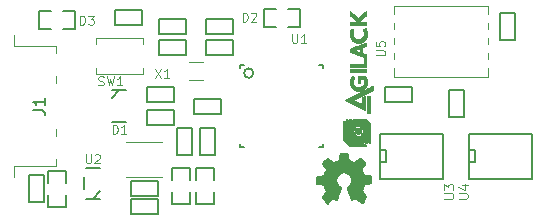
<source format=gbr>
%TF.GenerationSoftware,KiCad,Pcbnew,6.0.0*%
%TF.CreationDate,2023-05-02T17:34:22+02:00*%
%TF.ProjectId,cowstick-ums,636f7773-7469-4636-9b2d-756d732e6b69,2*%
%TF.SameCoordinates,Original*%
%TF.FileFunction,Legend,Top*%
%TF.FilePolarity,Positive*%
%FSLAX46Y46*%
G04 Gerber Fmt 4.6, Leading zero omitted, Abs format (unit mm)*
G04 Created by KiCad (PCBNEW 6.0.0) date 2023-05-02 17:34:22*
%MOMM*%
%LPD*%
G01*
G04 APERTURE LIST*
%ADD10C,0.101600*%
%ADD11C,0.076200*%
%ADD12C,0.150000*%
%ADD13C,0.127000*%
%ADD14C,0.100000*%
%ADD15C,0.027940*%
G04 APERTURE END LIST*
D10*
%TO.C,D2*%
X145187571Y-97844714D02*
X145187571Y-97082714D01*
X145369000Y-97082714D01*
X145477857Y-97119000D01*
X145550428Y-97191571D01*
X145586714Y-97264142D01*
X145623000Y-97409285D01*
X145623000Y-97518142D01*
X145586714Y-97663285D01*
X145550428Y-97735857D01*
X145477857Y-97808428D01*
X145369000Y-97844714D01*
X145187571Y-97844714D01*
X145913285Y-97155285D02*
X145949571Y-97119000D01*
X146022142Y-97082714D01*
X146203571Y-97082714D01*
X146276142Y-97119000D01*
X146312428Y-97155285D01*
X146348714Y-97227857D01*
X146348714Y-97300428D01*
X146312428Y-97409285D01*
X145877000Y-97844714D01*
X146348714Y-97844714D01*
%TO.C,D3*%
X131437571Y-98094714D02*
X131437571Y-97332714D01*
X131619000Y-97332714D01*
X131727857Y-97369000D01*
X131800428Y-97441571D01*
X131836714Y-97514142D01*
X131873000Y-97659285D01*
X131873000Y-97768142D01*
X131836714Y-97913285D01*
X131800428Y-97985857D01*
X131727857Y-98058428D01*
X131619000Y-98094714D01*
X131437571Y-98094714D01*
X132127000Y-97332714D02*
X132598714Y-97332714D01*
X132344714Y-97623000D01*
X132453571Y-97623000D01*
X132526142Y-97659285D01*
X132562428Y-97695571D01*
X132598714Y-97768142D01*
X132598714Y-97949571D01*
X132562428Y-98022142D01*
X132526142Y-98058428D01*
X132453571Y-98094714D01*
X132235857Y-98094714D01*
X132163285Y-98058428D01*
X132127000Y-98022142D01*
D11*
%TO.C,D1*%
X134187571Y-107343694D02*
X134187571Y-106581694D01*
X134369000Y-106581694D01*
X134477857Y-106617980D01*
X134550428Y-106690551D01*
X134586714Y-106763122D01*
X134623000Y-106908265D01*
X134623000Y-107017122D01*
X134586714Y-107162265D01*
X134550428Y-107234837D01*
X134477857Y-107307408D01*
X134369000Y-107343694D01*
X134187571Y-107343694D01*
X135348714Y-107343694D02*
X134913285Y-107343694D01*
X135131000Y-107343694D02*
X135131000Y-106581694D01*
X135058428Y-106690551D01*
X134985857Y-106763122D01*
X134913285Y-106799408D01*
%TO.C,U2*%
X131919428Y-109083734D02*
X131919428Y-109700591D01*
X131955714Y-109773162D01*
X131992000Y-109809448D01*
X132064571Y-109845734D01*
X132209714Y-109845734D01*
X132282285Y-109809448D01*
X132318571Y-109773162D01*
X132354857Y-109700591D01*
X132354857Y-109083734D01*
X132681428Y-109156305D02*
X132717714Y-109120020D01*
X132790285Y-109083734D01*
X132971714Y-109083734D01*
X133044285Y-109120020D01*
X133080571Y-109156305D01*
X133116857Y-109228877D01*
X133116857Y-109301448D01*
X133080571Y-109410305D01*
X132645142Y-109845734D01*
X133116857Y-109845734D01*
D10*
%TO.C,U5*%
X156482714Y-100710571D02*
X157099571Y-100710571D01*
X157172142Y-100674285D01*
X157208428Y-100638000D01*
X157244714Y-100565428D01*
X157244714Y-100420285D01*
X157208428Y-100347714D01*
X157172142Y-100311428D01*
X157099571Y-100275142D01*
X156482714Y-100275142D01*
X156482714Y-99549428D02*
X156482714Y-99912285D01*
X156845571Y-99948571D01*
X156809285Y-99912285D01*
X156773000Y-99839714D01*
X156773000Y-99658285D01*
X156809285Y-99585714D01*
X156845571Y-99549428D01*
X156918142Y-99513142D01*
X157099571Y-99513142D01*
X157172142Y-99549428D01*
X157208428Y-99585714D01*
X157244714Y-99658285D01*
X157244714Y-99839714D01*
X157208428Y-99912285D01*
X157172142Y-99948571D01*
%TO.C,U3*%
X162282714Y-112830571D02*
X162899571Y-112830571D01*
X162972142Y-112794285D01*
X163008428Y-112758000D01*
X163044714Y-112685428D01*
X163044714Y-112540285D01*
X163008428Y-112467714D01*
X162972142Y-112431428D01*
X162899571Y-112395142D01*
X162282714Y-112395142D01*
X162282714Y-112104857D02*
X162282714Y-111633142D01*
X162573000Y-111887142D01*
X162573000Y-111778285D01*
X162609285Y-111705714D01*
X162645571Y-111669428D01*
X162718142Y-111633142D01*
X162899571Y-111633142D01*
X162972142Y-111669428D01*
X163008428Y-111705714D01*
X163044714Y-111778285D01*
X163044714Y-111996000D01*
X163008428Y-112068571D01*
X162972142Y-112104857D01*
%TO.C,U1*%
X149379428Y-98912714D02*
X149379428Y-99529571D01*
X149415714Y-99602142D01*
X149452000Y-99638428D01*
X149524571Y-99674714D01*
X149669714Y-99674714D01*
X149742285Y-99638428D01*
X149778571Y-99602142D01*
X149814857Y-99529571D01*
X149814857Y-98912714D01*
X150576857Y-99674714D02*
X150141428Y-99674714D01*
X150359142Y-99674714D02*
X150359142Y-98912714D01*
X150286571Y-99021571D01*
X150214000Y-99094142D01*
X150141428Y-99130428D01*
%TO.C,U4*%
X163482714Y-112830571D02*
X164099571Y-112830571D01*
X164172142Y-112794285D01*
X164208428Y-112758000D01*
X164244714Y-112685428D01*
X164244714Y-112540285D01*
X164208428Y-112467714D01*
X164172142Y-112431428D01*
X164099571Y-112395142D01*
X163482714Y-112395142D01*
X163736714Y-111705714D02*
X164244714Y-111705714D01*
X163446428Y-111887142D02*
X163990714Y-112068571D01*
X163990714Y-111596857D01*
%TO.C,X1*%
X137783142Y-101832714D02*
X138291142Y-102594714D01*
X138291142Y-101832714D02*
X137783142Y-102594714D01*
X138980571Y-102594714D02*
X138545142Y-102594714D01*
X138762857Y-102594714D02*
X138762857Y-101832714D01*
X138690285Y-101941571D01*
X138617714Y-102014142D01*
X138545142Y-102050428D01*
%TO.C,SW1*%
X132984000Y-103208428D02*
X133092857Y-103244714D01*
X133274285Y-103244714D01*
X133346857Y-103208428D01*
X133383142Y-103172142D01*
X133419428Y-103099571D01*
X133419428Y-103027000D01*
X133383142Y-102954428D01*
X133346857Y-102918142D01*
X133274285Y-102881857D01*
X133129142Y-102845571D01*
X133056571Y-102809285D01*
X133020285Y-102773000D01*
X132984000Y-102700428D01*
X132984000Y-102627857D01*
X133020285Y-102555285D01*
X133056571Y-102519000D01*
X133129142Y-102482714D01*
X133310571Y-102482714D01*
X133419428Y-102519000D01*
X133673428Y-102482714D02*
X133854857Y-103244714D01*
X134000000Y-102700428D01*
X134145142Y-103244714D01*
X134326571Y-102482714D01*
X135016000Y-103244714D02*
X134580571Y-103244714D01*
X134798285Y-103244714D02*
X134798285Y-102482714D01*
X134725714Y-102591571D01*
X134653142Y-102664142D01*
X134580571Y-102700428D01*
D12*
%TO.C,J1*%
X127452380Y-105333333D02*
X128166666Y-105333333D01*
X128309523Y-105380952D01*
X128404761Y-105476190D01*
X128452380Y-105619047D01*
X128452380Y-105714285D01*
X128452380Y-104333333D02*
X128452380Y-104904761D01*
X128452380Y-104619047D02*
X127452380Y-104619047D01*
X127595238Y-104714285D01*
X127690476Y-104809523D01*
X127738095Y-104904761D01*
D13*
%TO.C,C1*%
X128738000Y-110476000D02*
X130262000Y-110476000D01*
X130262000Y-110476000D02*
X130262000Y-111492000D01*
X128738000Y-113524000D02*
X128738000Y-112508000D01*
X130262000Y-113524000D02*
X128738000Y-113524000D01*
X128738000Y-111492000D02*
X128738000Y-110476000D01*
X130262000Y-112508000D02*
X130262000Y-113524000D01*
%TO.C,C10*%
X162665000Y-103607000D02*
X163935000Y-103607000D01*
X163935000Y-105893000D02*
X162665000Y-105893000D01*
X163935000Y-103607000D02*
X163935000Y-105893000D01*
X162665000Y-105893000D02*
X162665000Y-103607000D01*
%TO.C,D2*%
X149008000Y-96738000D02*
X150024000Y-96738000D01*
X146976000Y-98262000D02*
X146976000Y-96738000D01*
X147992000Y-98262000D02*
X146976000Y-98262000D01*
X146976000Y-96738000D02*
X147992000Y-96738000D01*
X150024000Y-96738000D02*
X150024000Y-98262000D01*
X150024000Y-98262000D02*
X149008000Y-98262000D01*
%TO.C,D3*%
X127976000Y-98512000D02*
X127976000Y-96988000D01*
X127976000Y-96988000D02*
X128992000Y-96988000D01*
X131024000Y-98512000D02*
X130008000Y-98512000D01*
X130008000Y-96988000D02*
X131024000Y-96988000D01*
X131024000Y-96988000D02*
X131024000Y-98512000D01*
X128992000Y-98512000D02*
X127976000Y-98512000D01*
D14*
%TO.C,L1*%
X135350000Y-108000000D02*
X138350000Y-108000000D01*
X135350000Y-111000000D02*
X138350000Y-111000000D01*
D15*
%TO.C,agilack-11.5*%
X154309120Y-99186760D02*
X154309120Y-98551760D01*
X154664720Y-102107760D02*
X154664720Y-101853760D01*
X154385320Y-98094560D02*
X154385320Y-97840560D01*
X154918720Y-100634560D02*
X154918720Y-100380560D01*
X155604520Y-103403160D02*
X155604520Y-102514160D01*
X154690120Y-98094560D02*
X154690120Y-97840560D01*
X154537720Y-99491560D02*
X154537720Y-99034360D01*
X155502920Y-105308160D02*
X155502920Y-104165160D01*
X155502920Y-99974160D02*
X155502920Y-99669360D01*
X155325120Y-101675960D02*
X155325120Y-101421960D01*
X154537720Y-108127560D02*
X154537720Y-106628960D01*
X154994920Y-104266760D02*
X154994920Y-103885760D01*
X154740920Y-100228160D02*
X154740920Y-99948760D01*
X154309120Y-104723960D02*
X154309120Y-104241360D01*
X154994920Y-98094560D02*
X154994920Y-97510360D01*
X155680720Y-103250760D02*
X155680720Y-102666560D01*
X154918720Y-106705160D02*
X154918720Y-106679760D01*
X154537720Y-103555560D02*
X154537720Y-102514160D01*
X155629920Y-99262960D02*
X155629920Y-98500960D01*
X154740920Y-108127560D02*
X154740920Y-107441760D01*
X154766320Y-106705160D02*
X154766320Y-106501960D01*
X155274320Y-106882960D02*
X155274320Y-106070160D01*
X154842520Y-100609160D02*
X154842520Y-100355160D01*
X155350520Y-108381560D02*
X155350520Y-108203760D01*
X155121920Y-106730560D02*
X155121920Y-106070160D01*
X154436120Y-108381560D02*
X154436120Y-108203760D01*
X154994920Y-105054160D02*
X154994920Y-104698560D01*
X155299720Y-98094560D02*
X155299720Y-97840560D01*
X155198120Y-105155760D02*
X155198120Y-104774760D01*
X155452120Y-107975160D02*
X155452120Y-107797360D01*
X154969520Y-99618560D02*
X154969520Y-99339160D01*
X155198120Y-108381560D02*
X155198120Y-108203760D01*
X155071120Y-103682560D02*
X155071120Y-103403160D01*
X154613920Y-106552760D02*
X154613920Y-106349560D01*
X154232920Y-108381560D02*
X154232920Y-108076760D01*
X154842520Y-104342960D02*
X154842520Y-103961960D01*
X155045720Y-102107760D02*
X155045720Y-101853760D01*
X154207520Y-104673160D02*
X154207520Y-104292160D01*
X155045720Y-103682560D02*
X155045720Y-103403160D01*
X154715520Y-98094560D02*
X154715520Y-97840560D01*
X155325120Y-99567760D02*
X155325120Y-99186760D01*
X155020320Y-104241360D02*
X155020320Y-103885760D01*
X154563120Y-104469960D02*
X154563120Y-104114360D01*
X154715520Y-99593160D02*
X154715520Y-99262960D01*
X155147320Y-100736160D02*
X155147320Y-99821760D01*
X155299720Y-99567760D02*
X155299720Y-99212160D01*
X154842520Y-108381560D02*
X154842520Y-108203760D01*
X155426720Y-100837760D02*
X155426720Y-100558360D01*
X154232920Y-106146360D02*
X154232920Y-106070160D01*
X155020320Y-105079560D02*
X155020320Y-104698560D01*
X154283720Y-102107760D02*
X154283720Y-101853760D01*
X155096520Y-106705160D02*
X155096520Y-106070160D01*
X154817120Y-97789760D02*
X154817120Y-97459560D01*
X155248920Y-98094560D02*
X155248920Y-97840560D01*
X155655320Y-102107760D02*
X155655320Y-101853760D01*
X154740920Y-103657160D02*
X154740920Y-103352360D01*
X154359920Y-108127560D02*
X154359920Y-106451160D01*
X155401320Y-98094560D02*
X155401320Y-97840560D01*
X155401320Y-108381560D02*
X155401320Y-108203760D01*
X155528320Y-102107760D02*
X155528320Y-101853760D01*
X155731520Y-103885760D02*
X155731520Y-103530160D01*
X154969520Y-108381560D02*
X154969520Y-108203760D01*
X154944120Y-100659960D02*
X154944120Y-100380560D01*
X154664720Y-97637360D02*
X154664720Y-97307160D01*
X154563120Y-99516960D02*
X154563120Y-99085160D01*
X155350520Y-101675960D02*
X155350520Y-101421960D01*
X155528320Y-99948760D02*
X155528320Y-99669360D01*
X155629920Y-102107760D02*
X155629920Y-101853760D01*
X154436120Y-101675960D02*
X154436120Y-101421960D01*
X154588520Y-98094560D02*
X154588520Y-97840560D01*
X154359920Y-106298760D02*
X154359920Y-106070160D01*
X154436120Y-103453960D02*
X154436120Y-102463360D01*
X154182120Y-108330760D02*
X154182120Y-108025960D01*
X154944120Y-104292160D02*
X154944120Y-103911160D01*
X154817120Y-101675960D02*
X154817120Y-101421960D01*
X154867920Y-106705160D02*
X154867920Y-106628960D01*
X154817120Y-99618560D02*
X154817120Y-99313760D01*
X154410720Y-104774760D02*
X154410720Y-104190560D01*
X155274320Y-107797360D02*
X155274320Y-107619560D01*
X155325120Y-100024960D02*
X155325120Y-99745560D01*
X155198120Y-106806760D02*
X155198120Y-106070160D01*
X155299720Y-97586560D02*
X155299720Y-97256360D01*
X155198120Y-104165160D02*
X155198120Y-103784160D01*
X154867920Y-99618560D02*
X154867920Y-99339160D01*
X155604520Y-98094560D02*
X155604520Y-97840560D01*
X154334520Y-108102160D02*
X154334520Y-106425760D01*
X155020320Y-103682560D02*
X155020320Y-103403160D01*
X154512320Y-100482160D02*
X154512320Y-100050360D01*
X154029720Y-108178360D02*
X154029720Y-107873560D01*
X155426720Y-107619560D02*
X155426720Y-106070160D01*
X155375920Y-102107760D02*
X155375920Y-101853760D01*
X155299720Y-107822760D02*
X155299720Y-107644960D01*
X155655320Y-99186760D02*
X155655320Y-98577160D01*
X154004320Y-104571560D02*
X154004320Y-104393760D01*
X155375920Y-99516960D02*
X155375920Y-99135960D01*
X154639320Y-104444560D02*
X154639320Y-104088960D01*
X155452120Y-104038160D02*
X155452120Y-103657160D01*
X154690120Y-101675960D02*
X154690120Y-101421960D01*
X155248920Y-107441760D02*
X155248920Y-107365560D01*
X155655320Y-108127560D02*
X155655320Y-108000560D01*
X155172720Y-102666560D02*
X155172720Y-102412560D01*
X154969520Y-103047560D02*
X154969520Y-102412560D01*
X155198120Y-100736160D02*
X155198120Y-99796360D01*
X155528320Y-97408760D02*
X155528320Y-97027760D01*
X154893320Y-105003360D02*
X154893320Y-104647760D01*
X154817120Y-102107760D02*
X154817120Y-101853760D01*
X154105920Y-107873560D02*
X154105920Y-106197160D01*
X155020320Y-107543360D02*
X155020320Y-107492560D01*
X155096520Y-107619560D02*
X155096520Y-107492560D01*
X154258320Y-108381560D02*
X154258320Y-108100000D01*
X155274320Y-98094560D02*
X155274320Y-97840560D01*
X155020320Y-100685360D02*
X155020320Y-100405960D01*
X155629920Y-98094560D02*
X155629920Y-97840560D01*
X155299720Y-105206560D02*
X155299720Y-104266760D01*
X155020320Y-108381560D02*
X155020320Y-108203760D01*
X155731520Y-108127560D02*
X155731520Y-108076760D01*
X154715520Y-107187760D02*
X154715520Y-107009960D01*
X154867920Y-105003360D02*
X154867920Y-104622360D01*
X154334520Y-100431360D02*
X154334520Y-100101160D01*
X155350520Y-103606360D02*
X155350520Y-103250760D01*
X154385320Y-106324160D02*
X154385320Y-106120960D01*
X155121920Y-103682560D02*
X155121920Y-103403160D01*
X154994920Y-100151960D02*
X154994920Y-99872560D01*
X154309120Y-103174560D02*
X154309120Y-102742760D01*
X154486920Y-98094560D02*
X154486920Y-97840560D01*
X154740920Y-106349560D02*
X154740920Y-106070160D01*
X155477520Y-99974160D02*
X155477520Y-99694760D01*
X154893320Y-101675960D02*
X154893320Y-101421960D01*
X154613920Y-97611960D02*
X154613920Y-97256360D01*
X155248920Y-105181160D02*
X155248920Y-104800160D01*
X154715520Y-103657160D02*
X154715520Y-103326960D01*
X154867920Y-100634560D02*
X154867920Y-100355160D01*
X154436120Y-106374960D02*
X154436120Y-106171760D01*
X155553720Y-102107760D02*
X155553720Y-101853760D01*
X155731520Y-107924360D02*
X155731520Y-106247960D01*
X155452120Y-102107760D02*
X155452120Y-101853760D01*
X155121920Y-98094560D02*
X155121920Y-97840560D01*
X155807720Y-103860360D02*
X155807720Y-103479360D01*
X155350520Y-98094560D02*
X155350520Y-97840560D01*
X154309120Y-106247960D02*
X154309120Y-106070160D01*
X154410720Y-99364560D02*
X154410720Y-98450160D01*
X155604520Y-97332560D02*
X155604520Y-96976960D01*
X155198120Y-107721160D02*
X155198120Y-107543360D01*
X155502920Y-98094560D02*
X155502920Y-97840560D01*
X155045720Y-104241360D02*
X155045720Y-103860360D01*
X154690120Y-106832160D02*
X154690120Y-106781360D01*
X154613920Y-106222560D02*
X154613920Y-106070160D01*
X154715520Y-101675960D02*
X154715520Y-101421960D01*
X154461520Y-99440760D02*
X154461520Y-98475560D01*
X153801120Y-107949760D02*
X153801120Y-106222560D01*
X154309120Y-101675960D02*
X154309120Y-101421960D01*
X155045720Y-106654360D02*
X155045720Y-106070160D01*
X154994920Y-106603560D02*
X154994920Y-106070160D01*
X155452120Y-101675960D02*
X155452120Y-100558360D01*
X156137920Y-103682560D02*
X156137920Y-103301560D01*
X154766320Y-100228160D02*
X154766320Y-99948760D01*
X154944120Y-106552760D02*
X154944120Y-106070160D01*
X154715520Y-108381560D02*
X154715520Y-108203760D01*
X154817120Y-104977960D02*
X154817120Y-104596960D01*
X154664720Y-104419160D02*
X154664720Y-104063560D01*
X154842520Y-102107760D02*
X154842520Y-101853760D01*
X155325120Y-106959160D02*
X155325120Y-106070160D01*
X155325120Y-102666560D02*
X155325120Y-102412560D01*
X155045720Y-108127560D02*
X155045720Y-107746560D01*
X154664720Y-99567760D02*
X154664720Y-99237560D01*
X155223520Y-108127560D02*
X155223520Y-107898960D01*
X155960120Y-108127560D02*
X155960120Y-106476560D01*
X155071120Y-98094560D02*
X155071120Y-97840560D01*
X154309120Y-102107760D02*
X154309120Y-101853760D01*
X154969520Y-106578160D02*
X154969520Y-106070160D01*
X153928120Y-108076760D02*
X153928120Y-107771960D01*
X155452120Y-99999560D02*
X155452120Y-99694760D01*
X156112520Y-103707960D02*
X156112520Y-103326960D01*
X154791720Y-104368360D02*
X154791720Y-103987360D01*
X154613920Y-102107760D02*
X154613920Y-101853760D01*
X154436120Y-98094560D02*
X154436120Y-97840560D01*
X154410720Y-103403160D02*
X154410720Y-102488760D01*
X155782320Y-105612960D02*
X155782320Y-104139760D01*
X154690120Y-108381560D02*
X154690120Y-108203760D01*
X155147320Y-101675960D02*
X155147320Y-101421960D01*
X155375920Y-107898960D02*
X155375920Y-107721160D01*
X155172720Y-107263960D02*
X155172720Y-106959160D01*
X154664720Y-106603560D02*
X154664720Y-106400360D01*
X155553720Y-103987360D02*
X155553720Y-103606360D01*
X155858520Y-105612960D02*
X155858520Y-104139760D01*
X154740920Y-104927160D02*
X154740920Y-104571560D01*
X155096520Y-108127560D02*
X155096520Y-107797360D01*
X154613920Y-99542360D02*
X154613920Y-99186760D01*
X154563120Y-104850960D02*
X154563120Y-104495360D01*
X155401320Y-97510360D02*
X155401320Y-97154760D01*
X155198120Y-98094560D02*
X155198120Y-97840560D01*
X154918720Y-106527360D02*
X154918720Y-106070160D01*
X155401320Y-102107760D02*
X155401320Y-101853760D01*
X154664720Y-108127560D02*
X154664720Y-107365560D01*
X154842520Y-106451160D02*
X154842520Y-106070160D01*
X154588520Y-104850960D02*
X154588520Y-104495360D01*
X153826520Y-107975160D02*
X153826520Y-106222560D01*
X155223520Y-104139760D02*
X155223520Y-103784160D01*
X155172720Y-106781360D02*
X155172720Y-106070160D01*
X154588520Y-108127560D02*
X154588520Y-107213160D01*
X154588520Y-102691960D02*
X154588520Y-102539560D01*
X155045720Y-100685360D02*
X155045720Y-100431360D01*
X155756920Y-107949760D02*
X155756920Y-106273360D01*
X155375920Y-103606360D02*
X155375920Y-103225360D01*
X155147320Y-102107760D02*
X155147320Y-101853760D01*
X154867920Y-103682560D02*
X154867920Y-103403160D01*
X154715520Y-104393760D02*
X154715520Y-104038160D01*
X155299720Y-103631760D02*
X155299720Y-103301560D01*
X154563120Y-108127560D02*
X154563120Y-106654360D01*
X155172720Y-100736160D02*
X155172720Y-99796360D01*
X153953520Y-108102160D02*
X153953520Y-107797360D01*
X155248920Y-106832160D02*
X155248920Y-106070160D01*
X154029720Y-107797360D02*
X154029720Y-106120960D01*
X154715520Y-106654360D02*
X154715520Y-106451160D01*
X155248920Y-108127560D02*
X155248920Y-107924360D01*
X154156720Y-104647760D02*
X154156720Y-104317560D01*
X155096520Y-108381560D02*
X155096520Y-108203760D01*
X154563120Y-98094560D02*
X154563120Y-97840560D01*
X154664720Y-106273360D02*
X154664720Y-106070160D01*
X153775720Y-107924360D02*
X153775720Y-106222560D01*
X154867920Y-102107760D02*
X154867920Y-101853760D01*
X154817120Y-106425760D02*
X154817120Y-106070160D01*
X155299720Y-106908360D02*
X155299720Y-106070160D01*
X155325120Y-108127560D02*
X155325120Y-108000560D01*
X154690120Y-99593160D02*
X154690120Y-99262960D01*
X154639320Y-102590360D02*
X154639320Y-102564960D01*
X154461520Y-97459560D02*
X154461520Y-97129360D01*
X155274320Y-97611960D02*
X155274320Y-97256360D01*
X155096520Y-103047560D02*
X155096520Y-102412560D01*
X155401320Y-105257360D02*
X155401320Y-104215960D01*
X155579120Y-108381560D02*
X155579120Y-108254560D01*
X155223520Y-98094560D02*
X155223520Y-97840560D01*
X154512320Y-104825560D02*
X154512320Y-104139760D01*
X154969520Y-102107760D02*
X154969520Y-101853760D01*
X154791720Y-106705160D02*
X154791720Y-106527360D01*
X154461520Y-98094560D02*
X154461520Y-97840560D01*
X155579120Y-101675960D02*
X155579120Y-100609160D01*
X155223520Y-102107760D02*
X155223520Y-101853760D01*
X154588520Y-106197160D02*
X154588520Y-106070160D01*
X155807720Y-105612960D02*
X155807720Y-104139760D01*
X155477520Y-98094560D02*
X155477520Y-97840560D01*
X155172720Y-108381560D02*
X155172720Y-108203760D01*
X154664720Y-108381560D02*
X154664720Y-108203760D01*
X154486920Y-100482160D02*
X154486920Y-100050360D01*
X155299720Y-108127560D02*
X155299720Y-107975160D01*
X155426720Y-107949760D02*
X155426720Y-107771960D01*
X154486920Y-99466160D02*
X154486920Y-98500960D01*
X155045720Y-105079560D02*
X155045720Y-104698560D01*
X155020320Y-100126560D02*
X155020320Y-99847160D01*
X155375920Y-100812360D02*
X155375920Y-100532960D01*
X154283720Y-100405960D02*
X154283720Y-100126560D01*
X154766320Y-108127560D02*
X154766320Y-107467160D01*
X155426720Y-103580960D02*
X155426720Y-103149160D01*
X155147320Y-107289360D02*
X155147320Y-106908360D01*
X154613920Y-104444560D02*
X154613920Y-104088960D01*
X154969520Y-107340160D02*
X154969520Y-106857560D01*
X154639320Y-97637360D02*
X154639320Y-97281760D01*
X154664720Y-100253560D02*
X154664720Y-99974160D01*
X155223520Y-100761560D02*
X155223520Y-99770960D01*
X154461520Y-103479360D02*
X154461520Y-102463360D01*
X155604520Y-102107760D02*
X155604520Y-101853760D01*
X155147320Y-99618560D02*
X155147320Y-99313760D01*
X154512320Y-98094560D02*
X154512320Y-97840560D01*
X155655320Y-103326960D02*
X155655320Y-102590360D01*
X155274320Y-108127560D02*
X155274320Y-107949760D01*
X155121920Y-105130360D02*
X155121920Y-104749360D01*
X154004320Y-108152960D02*
X154004320Y-107848160D01*
X155172720Y-108127560D02*
X155172720Y-107873560D01*
X155909320Y-108127560D02*
X155909320Y-106425760D01*
X154842520Y-106705160D02*
X154842520Y-106603560D01*
X155960120Y-103784160D02*
X155960120Y-103403160D01*
X155248920Y-100761560D02*
X155248920Y-99770960D01*
X155020320Y-106628960D02*
X155020320Y-106070160D01*
X155121920Y-107314760D02*
X155121920Y-106908360D01*
X154588520Y-106527360D02*
X154588520Y-106324160D01*
X154842520Y-99618560D02*
X154842520Y-99339160D01*
X155147320Y-98094560D02*
X155147320Y-97840560D01*
X155604520Y-108381560D02*
X155604520Y-108279960D01*
X155248920Y-104139760D02*
X155248920Y-103758760D01*
X155020320Y-107340160D02*
X155020320Y-106857560D01*
X154867920Y-100177360D02*
X154867920Y-99923360D01*
X154436120Y-104774760D02*
X154436120Y-104190560D01*
X155198120Y-99593160D02*
X155198120Y-99288360D01*
X155223520Y-101675960D02*
X155223520Y-101421960D01*
X154004320Y-107771960D02*
X154004320Y-106070160D01*
X154613920Y-98094560D02*
X154613920Y-97840560D01*
X154309120Y-97332560D02*
X154309120Y-96976960D01*
X155452120Y-102793560D02*
X155452120Y-102412560D01*
X154893320Y-104317560D02*
X154893320Y-103936560D01*
X155553720Y-108381560D02*
X155553720Y-108229160D01*
X155071120Y-107594160D02*
X155071120Y-107492560D01*
X154563120Y-106171760D02*
X154563120Y-106070160D01*
X154410720Y-97434160D02*
X154410720Y-97078560D01*
X154944120Y-107340160D02*
X154944120Y-106857560D01*
X155375920Y-105257360D02*
X155375920Y-104215960D01*
X154563120Y-101675960D02*
X154563120Y-101421960D01*
X154918720Y-107340160D02*
X154918720Y-106857560D01*
X154893320Y-107340160D02*
X154893320Y-106857560D01*
X154436120Y-102107760D02*
X154436120Y-101853760D01*
X155121920Y-108381560D02*
X155121920Y-108203760D01*
X154588520Y-97586560D02*
X154588520Y-97230960D01*
X155248920Y-107771960D02*
X155248920Y-107594160D01*
X155096520Y-98094560D02*
X155096520Y-97840560D01*
X154436120Y-99415360D02*
X154436120Y-98475560D01*
X154334520Y-101675960D02*
X154334520Y-101421960D01*
X154613920Y-100532960D02*
X154613920Y-99999560D01*
X155502920Y-108025960D02*
X155502920Y-107848160D01*
X155706120Y-107898960D02*
X155706120Y-106222560D01*
X155350520Y-99542360D02*
X155350520Y-99161360D01*
X155426720Y-99999560D02*
X155426720Y-99694760D01*
X154486920Y-103504760D02*
X154486920Y-102463360D01*
X154664720Y-98094560D02*
X154664720Y-97840560D01*
X155401320Y-101675960D02*
X155401320Y-101421960D01*
X154690120Y-108127560D02*
X154690120Y-107390960D01*
X155477520Y-103530160D02*
X155477520Y-102412560D01*
X155833120Y-108025960D02*
X155833120Y-106349560D01*
X154334520Y-98094560D02*
X154334520Y-97840560D01*
X154207520Y-108356160D02*
X154207520Y-108051360D01*
X155553720Y-98094560D02*
X155553720Y-97840560D01*
X155375920Y-98094560D02*
X155375920Y-97840560D01*
X155833120Y-103834960D02*
X155833120Y-103479360D01*
X155274320Y-101675960D02*
X155274320Y-101421960D01*
X156087120Y-103707960D02*
X156087120Y-103326960D01*
X154893320Y-108127560D02*
X154893320Y-107594160D01*
X155198120Y-101675960D02*
X155198120Y-101421960D01*
X153877320Y-104495360D02*
X153877320Y-104469960D01*
X154537720Y-100507560D02*
X154537720Y-100024960D01*
X154563120Y-97561160D02*
X154563120Y-97230960D01*
X154969520Y-105054160D02*
X154969520Y-104673160D01*
X155629920Y-108127560D02*
X155629920Y-107975160D01*
X155375920Y-102666560D02*
X155375920Y-102412560D01*
X154385320Y-97408760D02*
X154385320Y-97053160D01*
X155782320Y-107975160D02*
X155782320Y-106298760D01*
X153724920Y-107873560D02*
X153724920Y-106222560D01*
X155604520Y-101675960D02*
X155604520Y-100609160D01*
X155477520Y-104012760D02*
X155477520Y-103657160D01*
X155375920Y-108127560D02*
X155375920Y-108051360D01*
X155071120Y-101675960D02*
X155071120Y-101421960D01*
X155020320Y-99618560D02*
X155020320Y-99339160D01*
X155121920Y-107644960D02*
X155121920Y-107492560D01*
X155426720Y-108381560D02*
X155426720Y-108203760D01*
X155223520Y-103657160D02*
X155223520Y-103352360D01*
X154918720Y-103682560D02*
X154918720Y-103403160D01*
X155477520Y-107670360D02*
X155477520Y-106070160D01*
X155502920Y-104012760D02*
X155502920Y-103631760D01*
X155375920Y-97535760D02*
X155375920Y-97180160D01*
X156163320Y-103682560D02*
X156163320Y-103301560D01*
X155452120Y-103555560D02*
X155452120Y-103072960D01*
X154563120Y-102793560D02*
X154563120Y-102514160D01*
X155960120Y-105612960D02*
X155960120Y-104139760D01*
X154359920Y-100431360D02*
X154359920Y-100101160D01*
X155147320Y-103682560D02*
X155147320Y-103377760D01*
X154664720Y-103631760D02*
X154664720Y-103276160D01*
X154512320Y-99466160D02*
X154512320Y-98500960D01*
X154690120Y-104901760D02*
X154690120Y-104546160D01*
X154613920Y-108381560D02*
X154613920Y-108203760D01*
X155350520Y-107543360D02*
X155350520Y-107162360D01*
X154055120Y-108203760D02*
X154055120Y-107898960D01*
X154715520Y-97688160D02*
X154715520Y-97357960D01*
X155401320Y-103580960D02*
X155401320Y-103199960D01*
X154842520Y-101675960D02*
X154842520Y-101421960D01*
X154563120Y-103555560D02*
X154563120Y-103098360D01*
X155045720Y-97815160D02*
X155045720Y-97484960D01*
X154639320Y-108381560D02*
X154639320Y-108203760D01*
X155502920Y-103504760D02*
X155502920Y-102412560D01*
X154817120Y-104342960D02*
X154817120Y-103987360D01*
X154842520Y-104977960D02*
X154842520Y-104622360D01*
X155045720Y-101675960D02*
X155045720Y-101421960D01*
X154486920Y-97484960D02*
X154486920Y-97154760D01*
X155071120Y-100126560D02*
X155071120Y-99847160D01*
X154715520Y-106324160D02*
X154715520Y-106070160D01*
X155502920Y-101675960D02*
X155502920Y-100583760D01*
X154613920Y-106933760D02*
X154613920Y-106705160D01*
X155528320Y-101675960D02*
X155528320Y-100583760D01*
X155350520Y-108127560D02*
X155350520Y-108025960D01*
X154740920Y-100583760D02*
X154740920Y-100329760D01*
X155858520Y-108051360D02*
X155858520Y-106374960D01*
X154588520Y-101675960D02*
X154588520Y-101421960D01*
X155452120Y-97459560D02*
X155452120Y-97103960D01*
X155655320Y-101675960D02*
X155655320Y-100634560D01*
X154537720Y-104825560D02*
X154537720Y-104139760D01*
X154283720Y-99110560D02*
X154283720Y-98653360D01*
X155121920Y-97738960D02*
X155121920Y-97408760D01*
X154994920Y-107517960D02*
X154994920Y-107492560D01*
X155045720Y-103047560D02*
X155045720Y-102412560D01*
X154969520Y-100151960D02*
X154969520Y-99872560D01*
X155579120Y-107771960D02*
X155579120Y-106095560D01*
X154461520Y-108127560D02*
X154461520Y-106552760D01*
X155071120Y-97789760D02*
X155071120Y-97459560D01*
X155223520Y-99593160D02*
X155223520Y-99288360D01*
X154994920Y-107340160D02*
X154994920Y-106857560D01*
X155426720Y-102717360D02*
X155426720Y-102412560D01*
X155096520Y-99618560D02*
X155096520Y-99339160D01*
X154664720Y-101675960D02*
X154664720Y-101421960D01*
X154893320Y-100177360D02*
X154893320Y-99897960D01*
X155579120Y-103961960D02*
X155579120Y-103606360D01*
X155071120Y-107340160D02*
X155071120Y-106882960D01*
X154563120Y-102107760D02*
X154563120Y-101853760D01*
X155528320Y-103987360D02*
X155528320Y-103631760D01*
X155147320Y-102666560D02*
X155147320Y-102412560D01*
X154537720Y-101675960D02*
X154537720Y-101421960D01*
X155629920Y-103377760D02*
X155629920Y-102539560D01*
X155121920Y-104190560D02*
X155121920Y-103834960D01*
X154994920Y-100659960D02*
X154994920Y-100405960D01*
X154334520Y-108381560D02*
X154334520Y-108170000D01*
X154918720Y-100177360D02*
X154918720Y-99897960D01*
X154690120Y-100253560D02*
X154690120Y-99974160D01*
X154766320Y-104952560D02*
X154766320Y-104571560D01*
X154791720Y-108127560D02*
X154791720Y-107492560D01*
X155452120Y-105282760D02*
X155452120Y-104190560D01*
X154664720Y-106857560D02*
X154664720Y-106755960D01*
X155198120Y-102666560D02*
X155198120Y-102412560D01*
X155248920Y-102107760D02*
X155248920Y-101853760D01*
X154461520Y-100482160D02*
X154461520Y-100050360D01*
X154283720Y-98094560D02*
X154283720Y-97840560D01*
X154944120Y-101675960D02*
X154944120Y-101421960D01*
X155426720Y-97484960D02*
X155426720Y-97129360D01*
X154867920Y-108127560D02*
X154867920Y-107568760D01*
X154461520Y-108381560D02*
X154461520Y-108203760D01*
X155375920Y-107568760D02*
X155375920Y-106070160D01*
X154817120Y-100609160D02*
X154817120Y-100355160D01*
X155274320Y-107467160D02*
X155274320Y-107340160D01*
X154893320Y-106705160D02*
X154893320Y-106654360D01*
X154359920Y-101675960D02*
X154359920Y-101421960D01*
X154309120Y-108076760D02*
X154309120Y-106400360D01*
X154613920Y-103606360D02*
X154613920Y-103199960D01*
X155604520Y-107797360D02*
X155604520Y-106120960D01*
X154918720Y-105028760D02*
X154918720Y-104647760D01*
X156188720Y-103657160D02*
X156188720Y-103276160D01*
X154740920Y-102107760D02*
X154740920Y-101853760D01*
X154156720Y-107924360D02*
X154156720Y-106247960D01*
X155274320Y-102666560D02*
X155274320Y-102412560D01*
X154690120Y-103631760D02*
X154690120Y-103301560D01*
X155147320Y-108127560D02*
X155147320Y-107848160D01*
X155325120Y-100786960D02*
X155325120Y-100507560D01*
X154893320Y-108381560D02*
X154893320Y-108203760D01*
X155274320Y-100761560D02*
X155274320Y-99770960D01*
X154410720Y-100456760D02*
X154410720Y-100075760D01*
X155528320Y-107721160D02*
X155528320Y-106070160D01*
X154588520Y-104469960D02*
X154588520Y-104114360D01*
X155096520Y-103682560D02*
X155096520Y-103403160D01*
X154207520Y-107975160D02*
X154207520Y-106298760D01*
X154766320Y-104368360D02*
X154766320Y-104012760D01*
X155350520Y-107873560D02*
X155350520Y-107695760D01*
X155401320Y-99999560D02*
X155401320Y-99720160D01*
X155045720Y-108381560D02*
X155045720Y-108203760D01*
X154766320Y-108381560D02*
X154766320Y-108203760D01*
X154105920Y-108254560D02*
X154105920Y-107949760D01*
X154588520Y-108381560D02*
X154588520Y-108203760D01*
X155528320Y-103479360D02*
X155528320Y-102412560D01*
X154537720Y-108381560D02*
X154537720Y-108203760D01*
X155553720Y-107746560D02*
X155553720Y-106070160D01*
X155528320Y-108051360D02*
X155528320Y-107873560D01*
X155223520Y-97662760D02*
X155223520Y-97307160D01*
X153877320Y-108025960D02*
X153877320Y-106222560D01*
X155020320Y-101675960D02*
X155020320Y-101421960D01*
X155325120Y-107848160D02*
X155325120Y-107670360D01*
X153978920Y-107746560D02*
X153978920Y-106070160D01*
X154283720Y-106222560D02*
X154283720Y-106070160D01*
X154969520Y-103682560D02*
X154969520Y-103403160D01*
X155655320Y-99897960D02*
X155655320Y-99618560D01*
X154436120Y-97459560D02*
X154436120Y-97103960D01*
X154563120Y-108381560D02*
X154563120Y-108203760D01*
X155325120Y-105231960D02*
X155325120Y-104241360D01*
X155045720Y-100126560D02*
X155045720Y-99847160D01*
X154512320Y-102107760D02*
X154512320Y-101853760D01*
X155071120Y-104215960D02*
X155071120Y-103860360D01*
X155477520Y-108000560D02*
X155477520Y-107822760D01*
X155579120Y-99339160D02*
X155579120Y-98424760D01*
X155172720Y-101675960D02*
X155172720Y-101421960D01*
X154994920Y-108127560D02*
X154994920Y-107695760D01*
X154512320Y-106120960D02*
X154512320Y-106070160D01*
X155248920Y-97637360D02*
X155248920Y-97281760D01*
X154588520Y-103580960D02*
X154588520Y-103174560D01*
X154512320Y-108381560D02*
X154512320Y-108203760D01*
X155248920Y-103657160D02*
X155248920Y-103326960D01*
X155274320Y-104114360D02*
X155274320Y-103758760D01*
X155553720Y-105333560D02*
X155553720Y-104139760D01*
X154182120Y-107949760D02*
X154182120Y-106273360D01*
X154359920Y-104749360D02*
X154359920Y-104215960D01*
X154969520Y-101675960D02*
X154969520Y-101421960D01*
X154969520Y-108127560D02*
X154969520Y-107670360D01*
X154918720Y-101675960D02*
X154918720Y-101421960D01*
X154867920Y-108381560D02*
X154867920Y-108203760D01*
X154385320Y-101675960D02*
X154385320Y-101421960D01*
X155299720Y-101675960D02*
X155299720Y-101421960D01*
X155172720Y-105155760D02*
X155172720Y-104774760D01*
X155934720Y-103784160D02*
X155934720Y-103403160D01*
X156036320Y-103733360D02*
X156036320Y-103352360D01*
X154182120Y-104647760D02*
X154182120Y-104317560D01*
X155325120Y-104088960D02*
X155325120Y-103733360D01*
X154385320Y-100456760D02*
X154385320Y-100101160D01*
X154893320Y-103682560D02*
X154893320Y-103403160D01*
X155172720Y-104165160D02*
X155172720Y-103809560D01*
X154842520Y-98094560D02*
X154842520Y-97840560D01*
X154410720Y-108127560D02*
X154410720Y-106501960D01*
X155604520Y-108127560D02*
X155604520Y-107949760D01*
X155147320Y-97738960D02*
X155147320Y-97383360D01*
X155528320Y-105333560D02*
X155528320Y-104139760D01*
X154537720Y-106476560D02*
X154537720Y-106273360D01*
X155502920Y-107695760D02*
X155502920Y-106070160D01*
X155299720Y-100786960D02*
X155299720Y-99745560D01*
X154817120Y-108381560D02*
X154817120Y-108203760D01*
X154715520Y-106806760D02*
X154715520Y-106781360D01*
X155502920Y-108381560D02*
X155502920Y-108203760D01*
X155274320Y-103657160D02*
X155274320Y-103326960D01*
X155629920Y-108381560D02*
X155629920Y-108305360D01*
X155985520Y-105612960D02*
X155985520Y-104139760D01*
X154817120Y-100202760D02*
X154817120Y-99923360D01*
X154486920Y-101675960D02*
X154486920Y-101421960D01*
X154791720Y-100609160D02*
X154791720Y-100329760D01*
X154918720Y-99618560D02*
X154918720Y-99339160D01*
X155096520Y-101675960D02*
X155096520Y-101421960D01*
X154385320Y-104749360D02*
X154385320Y-104215960D01*
X154740920Y-98094560D02*
X154740920Y-97840560D01*
X153750320Y-107898960D02*
X153750320Y-106222560D01*
X155071120Y-106679760D02*
X155071120Y-106070160D01*
X154766320Y-103657160D02*
X154766320Y-103352360D01*
X155426720Y-101675960D02*
X155426720Y-101421960D01*
X155325120Y-97586560D02*
X155325120Y-97230960D01*
X155274320Y-102107760D02*
X155274320Y-101853760D01*
X154994920Y-103047560D02*
X154994920Y-102412560D01*
X155401320Y-107594160D02*
X155401320Y-106070160D01*
X154994920Y-108381560D02*
X154994920Y-108203760D01*
X154131320Y-108279960D02*
X154131320Y-107975160D01*
X155096520Y-107314760D02*
X155096520Y-106882960D01*
X154766320Y-98094560D02*
X154766320Y-97840560D01*
X154893320Y-102107760D02*
X154893320Y-101853760D01*
X154613920Y-101675960D02*
X154613920Y-101421960D01*
X154385320Y-102107760D02*
X154385320Y-101853760D01*
X154893320Y-98094560D02*
X154893320Y-97535760D01*
X155477520Y-99466160D02*
X155477520Y-98475560D01*
X154791720Y-102107760D02*
X154791720Y-101853760D01*
X155553720Y-103479360D02*
X155553720Y-102437960D01*
X154461520Y-102107760D02*
X154461520Y-101853760D01*
X154842520Y-103682560D02*
X154842520Y-103377760D01*
X155020320Y-98094560D02*
X155020320Y-97484960D01*
X155807720Y-108000560D02*
X155807720Y-106324160D01*
X155071120Y-99618560D02*
X155071120Y-99339160D01*
X155680720Y-107873560D02*
X155680720Y-106197160D01*
X154613920Y-104876360D02*
X154613920Y-104520760D01*
X155045720Y-99618560D02*
X155045720Y-99339160D01*
X155934720Y-105612960D02*
X155934720Y-104139760D01*
X155198120Y-102107760D02*
X155198120Y-101853760D01*
X154512320Y-108127560D02*
X154512320Y-106603560D01*
X155121920Y-108127560D02*
X155121920Y-107822760D01*
X154944120Y-98094560D02*
X154944120Y-97561160D01*
X154537720Y-97535760D02*
X154537720Y-97205560D01*
X155350520Y-102107760D02*
X155350520Y-101853760D01*
X155553720Y-101675960D02*
X155553720Y-100609160D01*
X153978920Y-108127560D02*
X153978920Y-107822760D01*
X155121920Y-103047560D02*
X155121920Y-102412560D01*
X154766320Y-107263960D02*
X154766320Y-106933760D01*
X154690120Y-97662760D02*
X154690120Y-97332560D01*
X154690120Y-104419160D02*
X154690120Y-104063560D01*
X154918720Y-103047560D02*
X154918720Y-102412560D01*
X155401320Y-98602560D02*
X155401320Y-98500960D01*
X154740920Y-108381560D02*
X154740920Y-108203760D01*
X155426720Y-105282760D02*
X155426720Y-104190560D01*
X154283720Y-97307160D02*
X154283720Y-96951560D01*
X154359920Y-98094560D02*
X154359920Y-97840560D01*
X154080520Y-107848160D02*
X154080520Y-106171760D01*
X154715520Y-108127560D02*
X154715520Y-107416360D01*
X154461520Y-101675960D02*
X154461520Y-101421960D01*
X155096520Y-102107760D02*
X155096520Y-101853760D01*
X154867920Y-98094560D02*
X154867920Y-97840560D01*
X155223520Y-102666560D02*
X155223520Y-102412560D01*
X154664720Y-100558360D02*
X154664720Y-100304360D01*
X154791720Y-100202760D02*
X154791720Y-99948760D01*
X155452120Y-99466160D02*
X155452120Y-98475560D01*
X155553720Y-97383360D02*
X155553720Y-97027760D01*
X155629920Y-107822760D02*
X155629920Y-106146360D01*
X155350520Y-107060760D02*
X155350520Y-106070160D01*
X155579120Y-103428560D02*
X155579120Y-102463360D01*
X155604520Y-99288360D02*
X155604520Y-98424760D01*
X155071120Y-108381560D02*
X155071120Y-108203760D01*
X154969520Y-98094560D02*
X154969520Y-97535760D01*
X154918720Y-104292160D02*
X154918720Y-103936560D01*
X155909320Y-103809560D02*
X155909320Y-103428560D01*
X154563120Y-106501960D02*
X154563120Y-106298760D01*
X155071120Y-108127560D02*
X155071120Y-107771960D01*
X155071120Y-103047560D02*
X155071120Y-102412560D01*
X155680720Y-99110560D02*
X155680720Y-98678760D01*
X154944120Y-102107760D02*
X154944120Y-101853760D01*
X154309120Y-100431360D02*
X154309120Y-100126560D01*
X155071120Y-105104960D02*
X155071120Y-104723960D01*
X155706120Y-103911160D02*
X155706120Y-103530160D01*
X155401320Y-102691960D02*
X155401320Y-102412560D01*
X155274320Y-108381560D02*
X155274320Y-108203760D01*
X154740920Y-107238560D02*
X154740920Y-106959160D01*
X154283720Y-108051360D02*
X154283720Y-106374960D01*
X155020320Y-103047560D02*
X155020320Y-102412560D01*
X155350520Y-105231960D02*
X155350520Y-104241360D01*
X154232920Y-108000560D02*
X154232920Y-106324160D01*
X154867920Y-97815160D02*
X154867920Y-97510360D01*
X155248920Y-108381560D02*
X155248920Y-108203760D01*
X155579120Y-99948760D02*
X155579120Y-99643960D01*
X154613920Y-102641160D02*
X154613920Y-102539560D01*
X154918720Y-98094560D02*
X154918720Y-97561160D01*
X155452120Y-108381560D02*
X155452120Y-108203760D01*
X155045720Y-107340160D02*
X155045720Y-106857560D01*
X154715520Y-104927160D02*
X154715520Y-104546160D01*
X154105920Y-104622360D02*
X154105920Y-104342960D01*
X155020320Y-102107760D02*
X155020320Y-101853760D01*
X154486920Y-108127560D02*
X154486920Y-106578160D01*
X154055120Y-107822760D02*
X154055120Y-106146360D01*
X155147320Y-104190560D02*
X155147320Y-103809560D01*
X155629920Y-103936560D02*
X155629920Y-103580960D01*
X153953520Y-104546160D02*
X153953520Y-104419160D01*
X154080520Y-104596960D02*
X154080520Y-104368360D01*
X155172720Y-107695760D02*
X155172720Y-107517960D01*
X154944120Y-103682560D02*
X154944120Y-103403160D01*
X155172720Y-97713560D02*
X155172720Y-97357960D01*
X154791720Y-107289360D02*
X154791720Y-106908360D01*
X155604520Y-103961960D02*
X155604520Y-103580960D01*
X154994920Y-102107760D02*
X154994920Y-101853760D01*
X155172720Y-99618560D02*
X155172720Y-99313760D01*
X155350520Y-100024960D02*
X155350520Y-99745560D01*
X154486920Y-106425760D02*
X154486920Y-106222560D01*
X155528320Y-108381560D02*
X155528320Y-108203760D01*
X155223520Y-107416360D02*
X155223520Y-107390960D01*
X154639320Y-100253560D02*
X154639320Y-99999560D01*
X154410720Y-108381560D02*
X154410720Y-108203760D01*
X154512320Y-97510360D02*
X154512320Y-97180160D01*
X156061720Y-103733360D02*
X156061720Y-103352360D01*
X155325120Y-108381560D02*
X155325120Y-108203760D01*
X154588520Y-102107760D02*
X154588520Y-101853760D01*
X154309120Y-98094560D02*
X154309120Y-97840560D01*
X154461520Y-104800160D02*
X154461520Y-104165160D01*
X155883920Y-108076760D02*
X155883920Y-106400360D01*
X154258320Y-106197160D02*
X154258320Y-106070160D01*
X154131320Y-107898960D02*
X154131320Y-106222560D01*
X155121920Y-101675960D02*
X155121920Y-101421960D01*
X153978920Y-104546160D02*
X153978920Y-104419160D01*
X154791720Y-108381560D02*
X154791720Y-108203760D01*
X154842520Y-107314760D02*
X154842520Y-106882960D01*
X154537720Y-106146360D02*
X154537720Y-106070160D01*
X154258320Y-104698560D02*
X154258320Y-104266760D01*
X154486920Y-108381560D02*
X154486920Y-108203760D01*
X155706120Y-108127560D02*
X155706120Y-108051360D01*
X156010920Y-103758760D02*
X156010920Y-103377760D01*
X155934720Y-108127560D02*
X155934720Y-106451160D01*
X155426720Y-99491560D02*
X155426720Y-99008960D01*
X155223520Y-107746560D02*
X155223520Y-107568760D01*
X155248920Y-102666560D02*
X155248920Y-102412560D01*
X154385320Y-103377760D02*
X154385320Y-102539560D01*
X154766320Y-97738960D02*
X154766320Y-97408760D01*
X154359920Y-108381560D02*
X154359920Y-108190000D01*
X155401320Y-108127560D02*
X155401320Y-108076760D01*
X155350520Y-97561160D02*
X155350520Y-97205560D01*
X155477520Y-102107760D02*
X155477520Y-101853760D01*
X155375920Y-108381560D02*
X155375920Y-108203760D01*
X155756920Y-108127560D02*
X155756920Y-108102160D01*
X154893320Y-106501960D02*
X154893320Y-106070160D01*
X155756920Y-103885760D02*
X155756920Y-103504760D01*
X155553720Y-99948760D02*
X155553720Y-99669360D01*
X154715520Y-100228160D02*
X154715520Y-99974160D01*
X154410720Y-101675960D02*
X154410720Y-101421960D01*
X155579120Y-108127560D02*
X155579120Y-107924360D01*
X155375920Y-101675960D02*
X155375920Y-101421960D01*
X155325120Y-102107760D02*
X155325120Y-101853760D01*
X154766320Y-100583760D02*
X154766320Y-100329760D01*
X154944120Y-103047560D02*
X154944120Y-102412560D01*
X154639320Y-101675960D02*
X154639320Y-101421960D01*
X154842520Y-97815160D02*
X154842520Y-97484960D01*
X153902720Y-108051360D02*
X153902720Y-107746560D01*
X155604520Y-99923360D02*
X155604520Y-99643960D01*
X155401320Y-107924360D02*
X155401320Y-107746560D01*
X154969520Y-104266760D02*
X154969520Y-103911160D01*
X155223520Y-107136960D02*
X155223520Y-107086160D01*
X155579120Y-105333560D02*
X155579120Y-104139760D01*
X155553720Y-108076760D02*
X155553720Y-107898960D01*
X155121920Y-102107760D02*
X155121920Y-101853760D01*
X154893320Y-100634560D02*
X154893320Y-100380560D01*
X154867920Y-101675960D02*
X154867920Y-101421960D01*
X155553720Y-99364560D02*
X155553720Y-98450160D01*
X154791720Y-99618560D02*
X154791720Y-99313760D01*
X154817120Y-103682560D02*
X154817120Y-103377760D01*
X154791720Y-101675960D02*
X154791720Y-101421960D01*
X154410720Y-106349560D02*
X154410720Y-106146360D01*
X155350520Y-100812360D02*
X155350520Y-100532960D01*
X155172720Y-98094560D02*
X155172720Y-97840560D01*
X155782320Y-103860360D02*
X155782320Y-103504760D01*
X155401320Y-100812360D02*
X155401320Y-100532960D01*
X154639320Y-106882960D02*
X154639320Y-106730560D01*
X154740920Y-99593160D02*
X154740920Y-99288360D01*
X155147320Y-105130360D02*
X155147320Y-104749360D01*
X155299720Y-104114360D02*
X155299720Y-103733360D01*
X154994920Y-99618560D02*
X154994920Y-99339160D01*
X155274320Y-105206560D02*
X155274320Y-104266760D01*
X155096520Y-104215960D02*
X155096520Y-103834960D01*
X154588520Y-100532960D02*
X154588520Y-100024960D01*
X154918720Y-108381560D02*
X154918720Y-108203760D01*
X154791720Y-104952560D02*
X154791720Y-104596960D01*
X154766320Y-99593160D02*
X154766320Y-99288360D01*
X155121920Y-99618560D02*
X155121920Y-99313760D01*
X154817120Y-106705160D02*
X154817120Y-106552760D01*
X154766320Y-102107760D02*
X154766320Y-101853760D01*
X155248920Y-99593160D02*
X155248920Y-99262960D01*
X154944120Y-108381560D02*
X154944120Y-108203760D01*
X155223520Y-106806760D02*
X155223520Y-106070160D01*
X154715520Y-100558360D02*
X154715520Y-100304360D01*
X155375920Y-100024960D02*
X155375920Y-99720160D01*
X155655320Y-98094560D02*
X155655320Y-97840560D01*
X155909320Y-105612960D02*
X155909320Y-104139760D01*
X155528320Y-98094560D02*
X155528320Y-97840560D01*
X154410720Y-102107760D02*
X154410720Y-101853760D01*
X155299720Y-107492560D02*
X155299720Y-107314760D01*
X154537720Y-98094560D02*
X154537720Y-97840560D01*
X155426720Y-98678760D02*
X155426720Y-98500960D01*
X154639320Y-100532960D02*
X154639320Y-100278960D01*
X155579120Y-97357960D02*
X155579120Y-97002360D01*
X154588520Y-107009960D02*
X154588520Y-106679760D01*
X155350520Y-104088960D02*
X155350520Y-103707960D01*
X154817120Y-108127560D02*
X154817120Y-107517960D01*
X154283720Y-101675960D02*
X154283720Y-101421960D01*
X155147320Y-106755960D02*
X155147320Y-106070160D01*
X154740920Y-101675960D02*
X154740920Y-101421960D01*
X155883920Y-105612960D02*
X155883920Y-104139760D01*
X155680720Y-103911160D02*
X155680720Y-103555560D01*
X154817120Y-98094560D02*
X154817120Y-97840560D01*
X154334520Y-106273360D02*
X154334520Y-106070160D01*
X155248920Y-101675960D02*
X155248920Y-101421960D01*
X154334520Y-99237560D02*
X154334520Y-98500960D01*
X154461520Y-106400360D02*
X154461520Y-106197160D01*
X154918720Y-108127560D02*
X154918720Y-107619560D01*
X155629920Y-101675960D02*
X155629920Y-100634560D01*
X155172720Y-102107760D02*
X155172720Y-101853760D01*
X154944120Y-99618560D02*
X154944120Y-99339160D01*
X154486920Y-102107760D02*
X154486920Y-101853760D01*
X154740920Y-97713560D02*
X154740920Y-97383360D01*
X155452120Y-98094560D02*
X155452120Y-97840560D01*
X154359920Y-102107760D02*
X154359920Y-101853760D01*
X155299720Y-102107760D02*
X155299720Y-101853760D01*
X154385320Y-99339160D02*
X154385320Y-98450160D01*
X155426720Y-102107760D02*
X155426720Y-101853760D01*
X154791720Y-98094560D02*
X154791720Y-97840560D01*
X154842520Y-108127560D02*
X154842520Y-107543360D01*
X155096520Y-105104960D02*
X155096520Y-104723960D01*
X154639320Y-106578160D02*
X154639320Y-106374960D01*
X154131320Y-104622360D02*
X154131320Y-104342960D01*
X155045720Y-107568760D02*
X155045720Y-107492560D01*
X154334520Y-104723960D02*
X154334520Y-104241360D01*
X154258320Y-108025960D02*
X154258320Y-106349560D01*
X154842520Y-100202760D02*
X154842520Y-99923360D01*
X155579120Y-98094560D02*
X155579120Y-97840560D01*
X154766320Y-106374960D02*
X154766320Y-106070160D01*
X155629920Y-97307160D02*
X155629920Y-96951560D01*
X155629920Y-99923360D02*
X155629920Y-99643960D01*
X155756920Y-105612960D02*
X155756920Y-104139760D01*
X154639320Y-108127560D02*
X154639320Y-107314760D01*
X154867920Y-104317560D02*
X154867920Y-103961960D01*
X154639320Y-99567760D02*
X154639320Y-99212160D01*
X154283720Y-104698560D02*
X154283720Y-104266760D01*
X155223520Y-105181160D02*
X155223520Y-104800160D01*
X154309120Y-108381560D02*
X154309120Y-108152960D01*
X155502920Y-102107760D02*
X155502920Y-101853760D01*
X154436120Y-108127560D02*
X154436120Y-106527360D01*
X154359920Y-97383360D02*
X154359920Y-97027760D01*
X155147320Y-108381560D02*
X155147320Y-108203760D01*
X155096520Y-100710760D02*
X155096520Y-99821760D01*
X155426720Y-104038160D02*
X155426720Y-103682560D01*
X155858520Y-103834960D02*
X155858520Y-103453960D01*
X154486920Y-104800160D02*
X154486920Y-104165160D01*
X154055120Y-104596960D02*
X154055120Y-104368360D01*
X155883920Y-103809560D02*
X155883920Y-103428560D01*
X154563120Y-100507560D02*
X154563120Y-100024960D01*
X153851920Y-108000560D02*
X153851920Y-106222560D01*
X154512320Y-103530160D02*
X154512320Y-102488760D01*
X155147320Y-107670360D02*
X155147320Y-107492560D01*
X154080520Y-108229160D02*
X154080520Y-107924360D01*
X155502920Y-97408760D02*
X155502920Y-97053160D01*
X155528320Y-99415360D02*
X155528320Y-98450160D01*
X155325120Y-103631760D02*
X155325120Y-103276160D01*
X154512320Y-101675960D02*
X154512320Y-101421960D01*
X154283720Y-108381560D02*
X154283720Y-108130000D01*
X154436120Y-100456760D02*
X154436120Y-100075760D01*
X155655320Y-103936560D02*
X155655320Y-103555560D01*
X155274320Y-99567760D02*
X155274320Y-99237560D01*
X155655320Y-97281760D02*
X155655320Y-96926160D01*
X154893320Y-99618560D02*
X154893320Y-99339160D01*
X155223520Y-108381560D02*
X155223520Y-108203760D01*
X154334520Y-102107760D02*
X154334520Y-101853760D01*
X154613920Y-108127560D02*
X154613920Y-107289360D01*
X155502920Y-99440760D02*
X155502920Y-98450160D01*
X155375920Y-104063560D02*
X155375920Y-103707960D01*
X155121920Y-100710760D02*
X155121920Y-99821760D01*
X154690120Y-106628960D02*
X154690120Y-106425760D01*
X154334520Y-97357960D02*
X154334520Y-97002360D01*
X155096520Y-97764360D02*
X155096520Y-97434160D01*
X155325120Y-98094560D02*
X155325120Y-97840560D01*
X154740920Y-106679760D02*
X154740920Y-106476560D01*
X154944120Y-105028760D02*
X154944120Y-104673160D01*
X154359920Y-99288360D02*
X154359920Y-98450160D01*
X154918720Y-102107760D02*
X154918720Y-101853760D01*
X154791720Y-106400360D02*
X154791720Y-106070160D01*
X154817120Y-107314760D02*
X154817120Y-106882960D01*
X154690120Y-102107760D02*
X154690120Y-101853760D01*
X155299720Y-108381560D02*
X155299720Y-108203760D01*
X154537720Y-102107760D02*
X154537720Y-101853760D01*
X154639320Y-98094560D02*
X154639320Y-97840560D01*
X154944120Y-100151960D02*
X154944120Y-99872560D01*
X155401320Y-99516960D02*
X155401320Y-99085160D01*
X154537720Y-98678760D02*
X154537720Y-98500960D01*
X155477520Y-97434160D02*
X155477520Y-97078560D01*
X154639320Y-106247960D02*
X154639320Y-106070160D01*
X154385320Y-108127560D02*
X154385320Y-106476560D01*
X154156720Y-108305360D02*
X154156720Y-108000560D01*
X154791720Y-103657160D02*
X154791720Y-103377760D01*
X154994920Y-103682560D02*
X154994920Y-103403160D01*
X155198120Y-108127560D02*
X155198120Y-107898960D01*
X155833120Y-105612960D02*
X155833120Y-104139760D01*
X154994920Y-101675960D02*
X154994920Y-101421960D01*
X155579120Y-102107760D02*
X155579120Y-101853760D01*
X155198120Y-97688160D02*
X155198120Y-97332560D01*
X155325120Y-107517960D02*
X155325120Y-107238560D01*
X154715520Y-102107760D02*
X154715520Y-101853760D01*
X154029720Y-104571560D02*
X154029720Y-104393760D01*
X154639320Y-102107760D02*
X154639320Y-101853760D01*
X154207520Y-106146360D02*
X154207520Y-106070160D01*
X155071120Y-100710760D02*
X155071120Y-100431360D01*
X154410720Y-98094560D02*
X154410720Y-97840560D01*
X155477520Y-101675960D02*
X155477520Y-100583760D01*
X154969520Y-100659960D02*
X154969520Y-100405960D01*
X155071120Y-102107760D02*
X155071120Y-101853760D01*
X154690120Y-100558360D02*
X154690120Y-100304360D01*
X155350520Y-102666560D02*
X155350520Y-102412560D01*
X154766320Y-101675960D02*
X154766320Y-101421960D01*
X154639320Y-104876360D02*
X154639320Y-104520760D01*
X153902720Y-104520760D02*
X153902720Y-104444560D01*
X155401320Y-104063560D02*
X155401320Y-103682560D01*
X154588520Y-99542360D02*
X154588520Y-99135960D01*
X154512320Y-106451160D02*
X154512320Y-106247960D01*
X154639320Y-103606360D02*
X154639320Y-103250760D01*
X155985520Y-103758760D02*
X155985520Y-103377760D01*
X154563120Y-98602560D02*
X154563120Y-98526360D01*
X155706120Y-103174560D02*
X155706120Y-102742760D01*
X155198120Y-103657160D02*
X155198120Y-103377760D01*
X154690120Y-106298760D02*
X154690120Y-106070160D01*
X155426720Y-98094560D02*
X155426720Y-97840560D01*
X153928120Y-104520760D02*
X153928120Y-104444560D01*
X154359920Y-103326960D02*
X154359920Y-102590360D01*
X154385320Y-108381560D02*
X154385320Y-108203760D01*
X154791720Y-97764360D02*
X154791720Y-97434160D01*
X154232920Y-104673160D02*
X154232920Y-104292160D01*
X155477520Y-108381560D02*
X155477520Y-108203760D01*
X155172720Y-103682560D02*
X155172720Y-103377760D01*
X154944120Y-108127560D02*
X154944120Y-107644960D01*
X155477520Y-105308160D02*
X155477520Y-104165160D01*
X154867920Y-107340160D02*
X154867920Y-106882960D01*
X154740920Y-104393760D02*
X154740920Y-104038160D01*
X155299720Y-102666560D02*
X155299720Y-102412560D01*
X154867920Y-106476560D02*
X154867920Y-106070160D01*
X155198120Y-107213160D02*
X155198120Y-106984560D01*
X155452120Y-107644960D02*
X155452120Y-106070160D01*
X155045720Y-98094560D02*
X155045720Y-97840560D01*
X154334520Y-103276160D02*
X154334520Y-102666560D01*
X154664720Y-104901760D02*
X154664720Y-104546160D01*
X155680720Y-108127560D02*
X155680720Y-108025960D01*
X155020320Y-108127560D02*
X155020320Y-107721160D01*
X155655320Y-107848160D02*
X155655320Y-106171760D01*
%TO.C,ohw_logo*%
X154194500Y-110818200D02*
X155667700Y-110818200D01*
X154118300Y-112240600D02*
X155388300Y-112240600D01*
X152162500Y-110538800D02*
X155337500Y-110538800D01*
X151425900Y-111072200D02*
X153153100Y-111072200D01*
X152137100Y-110564200D02*
X155362900Y-110564200D01*
X152187900Y-113129600D02*
X152441900Y-113129600D01*
X152086300Y-112418400D02*
X153356300Y-112418400D01*
X154321500Y-111529400D02*
X156048700Y-111529400D01*
X154321500Y-112748600D02*
X155566100Y-112748600D01*
X153229300Y-109599000D02*
X154270700Y-109599000D01*
X151425900Y-111046800D02*
X153153100Y-111046800D01*
X153330900Y-109497400D02*
X154169100Y-109497400D01*
X152975300Y-109700600D02*
X154524700Y-109700600D01*
X153153100Y-109624400D02*
X154346900Y-109624400D01*
X154143700Y-112266000D02*
X155388300Y-112266000D01*
X154626300Y-109726000D02*
X155515300Y-109726000D01*
X151425900Y-111097600D02*
X153153100Y-111097600D01*
X154245300Y-112545400D02*
X155591500Y-112545400D01*
X153356300Y-109345000D02*
X154143700Y-109345000D01*
X152086300Y-110716600D02*
X153432500Y-110716600D01*
X152111700Y-111885000D02*
X153534100Y-111885000D01*
X153991300Y-111885000D02*
X155388300Y-111885000D01*
X151425900Y-111478600D02*
X153178500Y-111478600D01*
X154880300Y-112901000D02*
X155439100Y-112901000D01*
X152137100Y-110589600D02*
X155362900Y-110589600D01*
X154321500Y-111504000D02*
X156074100Y-111504000D01*
X152238700Y-112164400D02*
X153432500Y-112164400D01*
X154778700Y-109624400D02*
X155413700Y-109624400D01*
X154372300Y-111250000D02*
X156099500Y-111250000D01*
X154296100Y-112697800D02*
X155616900Y-112697800D01*
X152060900Y-111758000D02*
X153381700Y-111758000D01*
X155210500Y-113155000D02*
X155413700Y-113155000D01*
X152086300Y-110107000D02*
X155413700Y-110107000D01*
X155032700Y-109446600D02*
X155210500Y-109446600D01*
X153432500Y-108964000D02*
X154067500Y-108964000D01*
X153407100Y-109014800D02*
X154092900Y-109014800D01*
X154346900Y-111453200D02*
X156074100Y-111453200D01*
X151984700Y-109726000D02*
X152822900Y-109726000D01*
X151984700Y-112570800D02*
X153280100Y-112570800D01*
X154245300Y-112520000D02*
X155566100Y-112520000D01*
X152060900Y-110081600D02*
X155413700Y-110081600D01*
X154372300Y-111326200D02*
X156099500Y-111326200D01*
X154346900Y-111478600D02*
X156074100Y-111478600D01*
X154194500Y-112418400D02*
X155489900Y-112418400D01*
X154016700Y-111986600D02*
X155362900Y-111986600D01*
X154321500Y-111021400D02*
X156074100Y-111021400D01*
X154270700Y-110919800D02*
X156048700Y-110919800D01*
X154372300Y-111402400D02*
X156099500Y-111402400D01*
X154372300Y-111199200D02*
X156099500Y-111199200D01*
X154270700Y-112596200D02*
X155616900Y-112596200D01*
X151425900Y-111427800D02*
X153153100Y-111427800D01*
X152238700Y-113180400D02*
X152416500Y-113180400D01*
X151425900Y-111529400D02*
X153178500Y-111529400D01*
X154956500Y-109497400D02*
X155286700Y-109497400D01*
X151883100Y-110869000D02*
X153254700Y-110869000D01*
X155286700Y-113231200D02*
X155337500Y-113231200D01*
X154219900Y-111656400D02*
X155464500Y-111656400D01*
X153584900Y-108938600D02*
X153838900Y-108938600D01*
X152187900Y-110462600D02*
X155312100Y-110462600D01*
X154042100Y-112037400D02*
X155337500Y-112037400D01*
X151425900Y-111148400D02*
X153127700Y-111148400D01*
X152086300Y-112443800D02*
X153330900Y-112443800D01*
X153330900Y-109522800D02*
X154169100Y-109522800D01*
X152162500Y-112037400D02*
X153483300Y-112037400D01*
X152137100Y-112977200D02*
X152619700Y-112977200D01*
X152111700Y-109599000D02*
X152645100Y-109599000D01*
X154118300Y-112189800D02*
X155337500Y-112189800D01*
X152111700Y-110640400D02*
X153635700Y-110640400D01*
X152187900Y-112291400D02*
X153381700Y-112291400D01*
X152213300Y-109497400D02*
X152492700Y-109497400D01*
X151959300Y-109929200D02*
X155540700Y-109929200D01*
X151806900Y-111631000D02*
X153254700Y-111631000D01*
X152060900Y-109649800D02*
X152721300Y-109649800D01*
X153432500Y-108989400D02*
X154067500Y-108989400D01*
X154169100Y-112342200D02*
X155439100Y-112342200D01*
X151451300Y-110945200D02*
X153203900Y-110945200D01*
X152289500Y-109446600D02*
X152416500Y-109446600D01*
X152213300Y-110411800D02*
X155286700Y-110411800D01*
X152162500Y-109548200D02*
X152568900Y-109548200D01*
X151654500Y-111605600D02*
X153229300Y-111605600D01*
X154169100Y-112367600D02*
X155464500Y-112367600D01*
X154296100Y-112647000D02*
X155642300Y-112647000D01*
X152035500Y-112494600D02*
X153305500Y-112494600D01*
X154042100Y-111808800D02*
X155413700Y-111808800D01*
X154321500Y-112774000D02*
X155540700Y-112774000D01*
X153076900Y-109649800D02*
X154397700Y-109649800D01*
X154880300Y-109548200D02*
X155337500Y-109548200D01*
X152035500Y-111681800D02*
X153305500Y-111681800D01*
X151425900Y-110996000D02*
X153178500Y-110996000D01*
X153356300Y-109319600D02*
X154143700Y-109319600D01*
X153356300Y-109395800D02*
X154143700Y-109395800D01*
X152162500Y-113028000D02*
X152543500Y-113028000D01*
X154118300Y-111758000D02*
X155439100Y-111758000D01*
X153940500Y-110665800D02*
X155388300Y-110665800D01*
X154981900Y-113002600D02*
X155464500Y-113002600D01*
X152187900Y-109522800D02*
X152543500Y-109522800D01*
X152238700Y-112189800D02*
X153432500Y-112189800D01*
X152137100Y-111961200D02*
X153508700Y-111961200D01*
X154854900Y-109573600D02*
X155362900Y-109573600D01*
X151578300Y-110919800D02*
X153229300Y-110919800D01*
X152111700Y-111935800D02*
X153508700Y-111935800D01*
X154296100Y-110945200D02*
X156074100Y-110945200D01*
X152924500Y-112875600D02*
X153178500Y-112875600D01*
X154956500Y-112977200D02*
X155464500Y-112977200D01*
X154016700Y-110691200D02*
X155413700Y-110691200D01*
X152086300Y-112926400D02*
X152695900Y-112926400D01*
X151984700Y-109954600D02*
X155515300Y-109954600D01*
X151400500Y-111377000D02*
X153127700Y-111377000D01*
X152111700Y-111910400D02*
X153534100Y-111910400D01*
X152086300Y-111834200D02*
X153508700Y-111834200D01*
X154296100Y-111554800D02*
X155896300Y-111554800D01*
X151908500Y-109827600D02*
X155566100Y-109827600D01*
X154067500Y-110716600D02*
X155413700Y-110716600D01*
X152162500Y-112316800D02*
X153381700Y-112316800D01*
X154346900Y-111097600D02*
X156074100Y-111097600D01*
X153381700Y-109192600D02*
X154118300Y-109192600D01*
X152187900Y-112088200D02*
X153457900Y-112088200D01*
X154372300Y-112850200D02*
X154626300Y-112850200D01*
X154372300Y-111300800D02*
X156099500Y-111300800D01*
X154067500Y-112088200D02*
X155312100Y-112088200D01*
X154296100Y-112672400D02*
X155642300Y-112672400D01*
X151400500Y-111402400D02*
X153153100Y-111402400D01*
X152111700Y-112393000D02*
X153356300Y-112393000D01*
X154270700Y-112621600D02*
X155642300Y-112621600D01*
X151933900Y-112774000D02*
X153229300Y-112774000D01*
X153102300Y-112951800D02*
X153153100Y-112951800D01*
X152238700Y-112215200D02*
X153407100Y-112215200D01*
X152187900Y-112062800D02*
X153457900Y-112062800D01*
X154372300Y-112875600D02*
X154575500Y-112875600D01*
X154169100Y-110792800D02*
X155515300Y-110792800D01*
X154219900Y-112494600D02*
X155540700Y-112494600D01*
X153381700Y-109167200D02*
X154118300Y-109167200D01*
X154321500Y-110996000D02*
X156074100Y-110996000D01*
X151400500Y-111326200D02*
X153127700Y-111326200D01*
X152035500Y-110030800D02*
X155464500Y-110030800D01*
X152060900Y-110056200D02*
X155439100Y-110056200D01*
X151933900Y-109903800D02*
X155540700Y-109903800D01*
X152060900Y-112469200D02*
X153330900Y-112469200D01*
X155108900Y-113078800D02*
X155439100Y-113078800D01*
X154346900Y-111046800D02*
X156074100Y-111046800D01*
X154829500Y-112850200D02*
X155489900Y-112850200D01*
X154372300Y-111351600D02*
X156099500Y-111351600D01*
X152238700Y-110335600D02*
X155235900Y-110335600D01*
X151933900Y-109802200D02*
X155566100Y-109802200D01*
X152314900Y-113256600D02*
X152391100Y-113256600D01*
X154372300Y-111123000D02*
X156074100Y-111123000D01*
X151933900Y-111656400D02*
X153280100Y-111656400D01*
X154397700Y-112926400D02*
X154473900Y-112926400D01*
X152035500Y-112520000D02*
X153305500Y-112520000D01*
X151425900Y-111173800D02*
X153127700Y-111173800D01*
X154194500Y-112443800D02*
X155515300Y-112443800D01*
X154677100Y-109700600D02*
X155489900Y-109700600D01*
X151400500Y-111224600D02*
X153127700Y-111224600D01*
X152060900Y-111732600D02*
X153356300Y-111732600D01*
X152060900Y-111707200D02*
X153305500Y-111707200D01*
X155185100Y-113129600D02*
X155413700Y-113129600D01*
X153000700Y-112901000D02*
X153178500Y-112901000D01*
X153407100Y-109116400D02*
X154092900Y-109116400D01*
X152086300Y-111808800D02*
X153457900Y-111808800D01*
X152086300Y-111859600D02*
X153534100Y-111859600D01*
X154296100Y-111580200D02*
X155743900Y-111580200D01*
X153381700Y-109268800D02*
X154118300Y-109268800D01*
X153407100Y-109091000D02*
X154092900Y-109091000D01*
X154346900Y-112799400D02*
X155540700Y-112799400D01*
X153864300Y-110640400D02*
X155388300Y-110640400D01*
X154804100Y-109599000D02*
X155388300Y-109599000D01*
X155261300Y-113205800D02*
X155362900Y-113205800D01*
X152162500Y-110208600D02*
X155337500Y-110208600D01*
X154245300Y-111631000D02*
X155464500Y-111631000D01*
X154372300Y-111224600D02*
X156099500Y-111224600D01*
X151400500Y-111250000D02*
X153127700Y-111250000D01*
X151959300Y-109751400D02*
X152848300Y-109751400D01*
X152162500Y-112342200D02*
X153381700Y-112342200D01*
X152873700Y-109751400D02*
X155540700Y-109751400D01*
X154372300Y-111173800D02*
X156099500Y-111173800D01*
X152289500Y-113231200D02*
X152391100Y-113231200D01*
X153381700Y-109218000D02*
X154118300Y-109218000D01*
X155235900Y-113180400D02*
X155388300Y-113180400D01*
X153051500Y-112926400D02*
X153153100Y-112926400D01*
X153356300Y-109421200D02*
X154143700Y-109421200D01*
X151908500Y-112723200D02*
X153229300Y-112723200D01*
X152924500Y-109726000D02*
X154575500Y-109726000D01*
X152187900Y-110259400D02*
X155286700Y-110259400D01*
X153356300Y-109294200D02*
X154118300Y-109294200D01*
X154346900Y-112824800D02*
X154702500Y-112824800D01*
X155007300Y-113028000D02*
X155464500Y-113028000D01*
X151908500Y-112748600D02*
X153229300Y-112748600D01*
X154321500Y-112723200D02*
X155591500Y-112723200D01*
X152213300Y-112266000D02*
X153407100Y-112266000D01*
X154219900Y-110843600D02*
X155794700Y-110843600D01*
X154219900Y-112469200D02*
X155540700Y-112469200D01*
X154372300Y-112901000D02*
X154524700Y-112901000D01*
X152111700Y-110665800D02*
X153559500Y-110665800D01*
X154372300Y-111377000D02*
X156099500Y-111377000D01*
X154372300Y-111275400D02*
X156099500Y-111275400D01*
X153305500Y-109573600D02*
X154169100Y-109573600D01*
X151959300Y-112621600D02*
X153280100Y-112621600D01*
X151527500Y-111580200D02*
X153229300Y-111580200D01*
X154092900Y-110742000D02*
X155413700Y-110742000D01*
X154245300Y-112570800D02*
X155616900Y-112570800D01*
X151400500Y-111275400D02*
X153127700Y-111275400D01*
X151425900Y-111504000D02*
X153178500Y-111504000D01*
X151959300Y-112596200D02*
X153280100Y-112596200D01*
X152238700Y-112240600D02*
X153407100Y-112240600D01*
X152162500Y-112012000D02*
X153483300Y-112012000D01*
X152213300Y-112139000D02*
X153432500Y-112139000D01*
X153407100Y-109141800D02*
X154092900Y-109141800D01*
X152314900Y-109421200D02*
X152391100Y-109421200D01*
X152035500Y-109675200D02*
X152746700Y-109675200D01*
X151908500Y-109853000D02*
X155566100Y-109853000D01*
X152060900Y-112901000D02*
X152746700Y-112901000D01*
X155007300Y-109472000D02*
X155235900Y-109472000D01*
X154854900Y-112875600D02*
X155464500Y-112875600D01*
X154931100Y-109522800D02*
X155312100Y-109522800D01*
X154042100Y-112012000D02*
X155337500Y-112012000D01*
X152238700Y-110361000D02*
X155235900Y-110361000D01*
X152238700Y-110386400D02*
X155261300Y-110386400D01*
X154727900Y-109649800D02*
X155439100Y-109649800D01*
X153330900Y-109446600D02*
X154143700Y-109446600D01*
X152213300Y-112113600D02*
X153457900Y-112113600D01*
X152060900Y-111783400D02*
X153407100Y-111783400D01*
X152060900Y-110792800D02*
X153330900Y-110792800D01*
X152213300Y-113155000D02*
X152441900Y-113155000D01*
X153991300Y-111834200D02*
X155413700Y-111834200D01*
X151984700Y-112824800D02*
X153203900Y-112824800D01*
X151908500Y-112697800D02*
X153254700Y-112697800D01*
X152111700Y-112951800D02*
X152670500Y-112951800D01*
X155058100Y-113053400D02*
X155464500Y-113053400D01*
X151425900Y-110970600D02*
X153203900Y-110970600D01*
X154245300Y-110894400D02*
X156048700Y-110894400D01*
X152035500Y-110843600D02*
X153280100Y-110843600D01*
X152213300Y-110310200D02*
X155261300Y-110310200D01*
X152213300Y-110437200D02*
X155286700Y-110437200D01*
X152086300Y-110691200D02*
X153483300Y-110691200D01*
X151933900Y-109776800D02*
X155540700Y-109776800D01*
X154194500Y-112393000D02*
X155489900Y-112393000D01*
X154143700Y-112291400D02*
X155413700Y-112291400D01*
X154067500Y-112113600D02*
X155286700Y-112113600D01*
X154702500Y-109675200D02*
X155464500Y-109675200D01*
X154143700Y-110767400D02*
X155439100Y-110767400D01*
X152162500Y-110234000D02*
X155312100Y-110234000D01*
X151730700Y-110894400D02*
X153254700Y-110894400D01*
X153356300Y-109370400D02*
X154143700Y-109370400D01*
X152162500Y-113053400D02*
X152518100Y-113053400D01*
X155083500Y-109421200D02*
X155185100Y-109421200D01*
X154118300Y-112215200D02*
X155362900Y-112215200D01*
X153407100Y-109065600D02*
X154092900Y-109065600D01*
X154143700Y-112316800D02*
X155439100Y-112316800D01*
X151933900Y-109878400D02*
X155566100Y-109878400D01*
X153991300Y-111859600D02*
X155413700Y-111859600D01*
X152060900Y-110767400D02*
X153356300Y-110767400D01*
X152264100Y-109472000D02*
X152467300Y-109472000D01*
X151400500Y-111199200D02*
X153127700Y-111199200D01*
X152086300Y-109624400D02*
X152670500Y-109624400D01*
X154270700Y-111605600D02*
X155566100Y-111605600D01*
X154016700Y-111961200D02*
X155362900Y-111961200D01*
X151425900Y-111554800D02*
X153203900Y-111554800D01*
X154397700Y-112951800D02*
X154423100Y-112951800D01*
X152111700Y-110157800D02*
X155362900Y-110157800D01*
X154346900Y-111427800D02*
X156099500Y-111427800D01*
X152137100Y-110183200D02*
X155337500Y-110183200D01*
X152137100Y-111986600D02*
X153508700Y-111986600D01*
X152162500Y-113002600D02*
X152594300Y-113002600D01*
X154092900Y-111783400D02*
X155439100Y-111783400D01*
X152060900Y-110818200D02*
X153305500Y-110818200D01*
X154016700Y-111935800D02*
X155362900Y-111935800D01*
X153407100Y-109040200D02*
X154092900Y-109040200D01*
X152086300Y-110742000D02*
X153407100Y-110742000D01*
X152010100Y-110005400D02*
X155464500Y-110005400D01*
X154194500Y-111707200D02*
X155439100Y-111707200D01*
X154067500Y-112062800D02*
X155312100Y-112062800D01*
X154346900Y-111072200D02*
X156074100Y-111072200D01*
X152264100Y-113205800D02*
X152416500Y-113205800D01*
X154296100Y-110970600D02*
X156074100Y-110970600D01*
X152213300Y-110284800D02*
X155261300Y-110284800D01*
X151984700Y-109980000D02*
X155489900Y-109980000D01*
X154092900Y-112164400D02*
X155312100Y-112164400D01*
X151425900Y-111021400D02*
X153178500Y-111021400D01*
X154219900Y-111681800D02*
X155464500Y-111681800D01*
X153330900Y-109548200D02*
X154169100Y-109548200D01*
X151400500Y-111300800D02*
X153127700Y-111300800D01*
X155159700Y-113104200D02*
X155439100Y-113104200D01*
X153381700Y-109243400D02*
X154118300Y-109243400D01*
X151933900Y-112647000D02*
X153254700Y-112647000D01*
X154905700Y-112926400D02*
X155464500Y-112926400D01*
X154753300Y-112824800D02*
X155515300Y-112824800D01*
X154092900Y-112139000D02*
X155312100Y-112139000D01*
X152162500Y-110513400D02*
X155337500Y-110513400D01*
X154905700Y-112951800D02*
X155464500Y-112951800D01*
X151959300Y-112799400D02*
X153203900Y-112799400D01*
X153991300Y-111910400D02*
X155388300Y-111910400D01*
X152111700Y-110615000D02*
X155362900Y-110615000D01*
X152187900Y-113104200D02*
X152467300Y-113104200D01*
X152137100Y-109573600D02*
X152594300Y-109573600D01*
X152010100Y-109700600D02*
X152772100Y-109700600D01*
X154372300Y-111148400D02*
X156074100Y-111148400D01*
X152010100Y-112850200D02*
X153203900Y-112850200D01*
X152111700Y-110132400D02*
X155388300Y-110132400D01*
X151400500Y-111351600D02*
X153127700Y-111351600D01*
X152035500Y-112875600D02*
X152797500Y-112875600D01*
X153330900Y-109472000D02*
X154143700Y-109472000D01*
X152162500Y-113078800D02*
X152492700Y-113078800D01*
X151425900Y-111123000D02*
X153153100Y-111123000D01*
X154245300Y-110869000D02*
X155947100Y-110869000D01*
X151425900Y-111453200D02*
X153153100Y-111453200D01*
X152010100Y-112545400D02*
X153305500Y-112545400D01*
X152137100Y-112367600D02*
X153356300Y-112367600D01*
X152187900Y-110488000D02*
X155312100Y-110488000D01*
X151908500Y-112672400D02*
X153254700Y-112672400D01*
X153026100Y-109675200D02*
X154473900Y-109675200D01*
X154143700Y-111732600D02*
X155439100Y-111732600D01*
D13*
%TO.C,R2*%
X139393000Y-106635000D02*
X137107000Y-106635000D01*
X137107000Y-106635000D02*
X137107000Y-105365000D01*
X137107000Y-105365000D02*
X139393000Y-105365000D01*
X139393000Y-105365000D02*
X139393000Y-106635000D01*
%TO.C,C9*%
X159493000Y-103365000D02*
X159493000Y-104635000D01*
X157207000Y-103365000D02*
X159493000Y-103365000D01*
X157207000Y-104635000D02*
X157207000Y-103365000D01*
X159493000Y-104635000D02*
X157207000Y-104635000D01*
%TO.C,D1*%
X135350000Y-106325000D02*
X134150000Y-106325000D01*
X134150000Y-103675000D02*
X135350000Y-103675000D01*
X134150000Y-104275000D02*
X134750000Y-103675000D01*
%TO.C,C11*%
X166945000Y-97097000D02*
X168215000Y-97097000D01*
X168215000Y-99383000D02*
X166945000Y-99383000D01*
X166945000Y-99383000D02*
X166945000Y-97097000D01*
X168215000Y-97097000D02*
X168215000Y-99383000D01*
%TO.C,R6*%
X135707000Y-114135000D02*
X135707000Y-112865000D01*
X137993000Y-114135000D02*
X135707000Y-114135000D01*
X137993000Y-112865000D02*
X137993000Y-114135000D01*
X135707000Y-112865000D02*
X137993000Y-112865000D01*
%TO.C,U2*%
X131900000Y-110230000D02*
X133100000Y-110230000D01*
X131738000Y-112000000D02*
X131738000Y-111000000D01*
X133100000Y-112825000D02*
X131900000Y-112825000D01*
X133100000Y-112225000D02*
X132500000Y-112825000D01*
%TO.C,C4*%
X142762000Y-112258000D02*
X142762000Y-113274000D01*
X141238000Y-110226000D02*
X142762000Y-110226000D01*
X142762000Y-110226000D02*
X142762000Y-111242000D01*
X141238000Y-113274000D02*
X141238000Y-112258000D01*
X142762000Y-113274000D02*
X141238000Y-113274000D01*
X141238000Y-111242000D02*
X141238000Y-110226000D01*
%TO.C,R1*%
X142885000Y-106857000D02*
X142885000Y-109143000D01*
X142885000Y-109143000D02*
X141615000Y-109143000D01*
X141615000Y-109143000D02*
X141615000Y-106857000D01*
X141615000Y-106857000D02*
X142885000Y-106857000D01*
D14*
%TO.C,U5*%
X166000000Y-97950000D02*
X166000000Y-98500000D01*
X158000000Y-99250000D02*
X158000000Y-99750000D01*
X166000000Y-102500000D02*
X158000000Y-102500000D01*
X158000000Y-96500000D02*
X166000000Y-96500000D01*
X158000000Y-102500000D02*
X158000000Y-101800000D01*
X166000000Y-100500000D02*
X166000000Y-101050000D01*
X166000000Y-102500000D02*
X166000000Y-101800000D01*
X166000000Y-99250000D02*
X166000000Y-99750000D01*
X158000000Y-100500000D02*
X158000000Y-101050000D01*
X166000000Y-96500000D02*
X166000000Y-97200000D01*
X158000000Y-97200000D02*
X158000000Y-96500000D01*
X158000000Y-98500000D02*
X158000000Y-97950000D01*
D13*
%TO.C,U3*%
X156833000Y-108742000D02*
X157341000Y-108742000D01*
X156833000Y-107345000D02*
X156833000Y-111028000D01*
X162167000Y-107345000D02*
X156833000Y-107345000D01*
X156833000Y-111155000D02*
X162167000Y-111155000D01*
X157341000Y-109758000D02*
X156833000Y-109758000D01*
X156833000Y-111028000D02*
X156833000Y-111155000D01*
X162167000Y-107345000D02*
X162167000Y-111155000D01*
X157341000Y-108742000D02*
X157341000Y-109758000D01*
D12*
%TO.C,U1*%
X152000000Y-101500000D02*
X151700000Y-101500000D01*
X152000000Y-108500000D02*
X152000000Y-108200000D01*
X145000000Y-101500000D02*
X145000000Y-101800000D01*
X145000000Y-108500000D02*
X145000000Y-108200000D01*
X152000000Y-108500000D02*
X151700000Y-108500000D01*
X152000000Y-101500000D02*
X152000000Y-101800000D01*
X145000000Y-108500000D02*
X145300000Y-108500000D01*
X145000000Y-101500000D02*
X145300000Y-101500000D01*
X146107609Y-102206000D02*
G75*
G03*
X146107609Y-102206000I-401609J0D01*
G01*
D13*
%TO.C,C2*%
X127115000Y-113143000D02*
X127115000Y-110857000D01*
X128385000Y-110857000D02*
X128385000Y-113143000D01*
X128385000Y-113143000D02*
X127115000Y-113143000D01*
X127115000Y-110857000D02*
X128385000Y-110857000D01*
%TO.C,R4*%
X142107000Y-97615000D02*
X144393000Y-97615000D01*
X144393000Y-98885000D02*
X142107000Y-98885000D01*
X144393000Y-97615000D02*
X144393000Y-98885000D01*
X142107000Y-98885000D02*
X142107000Y-97615000D01*
%TO.C,C8*%
X142107000Y-100635000D02*
X142107000Y-99365000D01*
X142107000Y-99365000D02*
X144393000Y-99365000D01*
X144393000Y-99365000D02*
X144393000Y-100635000D01*
X144393000Y-100635000D02*
X142107000Y-100635000D01*
%TO.C,R5*%
X135707000Y-111365000D02*
X137993000Y-111365000D01*
X137993000Y-111365000D02*
X137993000Y-112635000D01*
X135707000Y-112635000D02*
X135707000Y-111365000D01*
X137993000Y-112635000D02*
X135707000Y-112635000D01*
%TO.C,C3*%
X139238000Y-113274000D02*
X139238000Y-112258000D01*
X140762000Y-113274000D02*
X139238000Y-113274000D01*
X139238000Y-111242000D02*
X139238000Y-110226000D01*
X139238000Y-110226000D02*
X140762000Y-110226000D01*
X140762000Y-112258000D02*
X140762000Y-113274000D01*
X140762000Y-110226000D02*
X140762000Y-111242000D01*
%TO.C,U4*%
X164841000Y-108742000D02*
X164841000Y-109758000D01*
X164333000Y-107345000D02*
X164333000Y-111028000D01*
X169667000Y-107345000D02*
X169667000Y-111155000D01*
X169667000Y-107345000D02*
X164333000Y-107345000D01*
X164333000Y-108742000D02*
X164841000Y-108742000D01*
X164841000Y-109758000D02*
X164333000Y-109758000D01*
X164333000Y-111155000D02*
X169667000Y-111155000D01*
X164333000Y-111028000D02*
X164333000Y-111155000D01*
D14*
%TO.C,X1*%
X140650000Y-101250000D02*
X141850000Y-101250000D01*
X140650000Y-102750000D02*
X141850000Y-102750000D01*
D13*
%TO.C,C12*%
X140393000Y-98885000D02*
X138107000Y-98885000D01*
X140393000Y-97615000D02*
X140393000Y-98885000D01*
X138107000Y-98885000D02*
X138107000Y-97615000D01*
X138107000Y-97615000D02*
X140393000Y-97615000D01*
D14*
%TO.C,SW1*%
X136750000Y-101750000D02*
X136750000Y-102250000D01*
X132750000Y-99250000D02*
X136750000Y-99250000D01*
X136750000Y-99250000D02*
X136750000Y-99750000D01*
X132750000Y-102250000D02*
X136750000Y-102250000D01*
X132750000Y-99250000D02*
X132750000Y-99750000D01*
X132750000Y-101750000D02*
X132750000Y-102250000D01*
D13*
%TO.C,C6*%
X139615000Y-109143000D02*
X139615000Y-106857000D01*
X140885000Y-106857000D02*
X140885000Y-109143000D01*
X140885000Y-109143000D02*
X139615000Y-109143000D01*
X139615000Y-106857000D02*
X140885000Y-106857000D01*
%TO.C,C5*%
X143393000Y-105635000D02*
X141107000Y-105635000D01*
X141107000Y-105635000D02*
X141107000Y-104365000D01*
X141107000Y-104365000D02*
X143393000Y-104365000D01*
X143393000Y-104365000D02*
X143393000Y-105635000D01*
%TO.C,C7*%
X138107000Y-99365000D02*
X140393000Y-99365000D01*
X138107000Y-100635000D02*
X138107000Y-99365000D01*
X140393000Y-100635000D02*
X138107000Y-100635000D01*
X140393000Y-99365000D02*
X140393000Y-100635000D01*
%TO.C,R7*%
X134357000Y-96865000D02*
X136643000Y-96865000D01*
X136643000Y-98135000D02*
X134357000Y-98135000D01*
X136643000Y-96865000D02*
X136643000Y-98135000D01*
X134357000Y-98135000D02*
X134357000Y-96865000D01*
D10*
%TO.C,J1*%
X129400000Y-102450000D02*
X129400000Y-103050000D01*
X129400000Y-106950000D02*
X129400000Y-107550000D01*
X125800000Y-110100000D02*
X129400000Y-110100000D01*
X125800000Y-99000000D02*
X125800000Y-99900000D01*
X129400000Y-99900000D02*
X129400000Y-100500000D01*
X125800000Y-99900000D02*
X129400000Y-99900000D01*
X129400000Y-109500000D02*
X129400000Y-110100000D01*
X125800000Y-111025000D02*
X125800000Y-110100000D01*
D13*
%TO.C,R3*%
X139393000Y-104635000D02*
X137107000Y-104635000D01*
X137107000Y-103365000D02*
X139393000Y-103365000D01*
X139393000Y-103365000D02*
X139393000Y-104635000D01*
X137107000Y-104635000D02*
X137107000Y-103365000D01*
%TD*%
M02*

</source>
